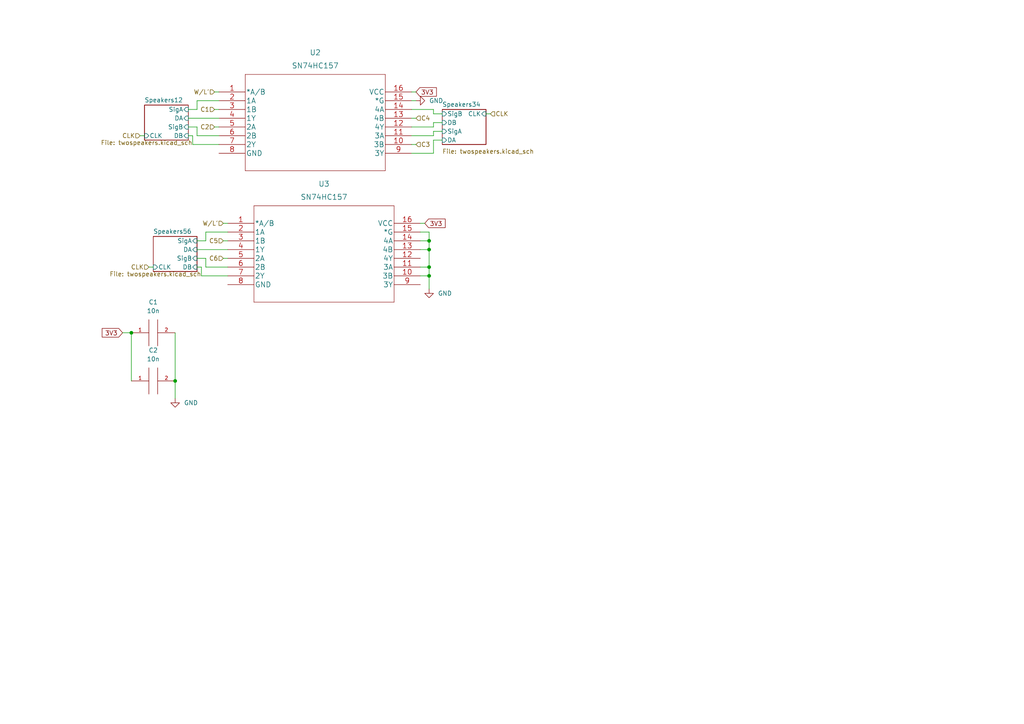
<source format=kicad_sch>
(kicad_sch (version 20211123) (generator eeschema)
  (paper "A4")
  (title_block (title "Six Speakers"))
  (lib_symbols
    (symbol "SNx4HC157:SN74HC157N" (pin_names (offset 0.254))
      (property "Reference" "U" (at 27.94 10.16 0))
      (property "Value" "SN74HC157N" (at 27.94 7.62 0))
      (symbol "SN74HC157N_1_1"
        (polyline (pts (xy 7.62 -22.86) (xy 48.26 -22.86)) (stroke (width 0.127)))
        (polyline (pts (xy 7.62 5.08) (xy 7.62 -22.86)) (stroke (width 0.127)))
        (polyline (pts (xy 48.26 -22.86) (xy 48.26 5.08)) (stroke (width 0.127)))
        (polyline (pts (xy 48.26 5.08) (xy 7.62 5.08)) (stroke (width 0.127)))
        (pin input line (at 0 0 0) (length 7.62) (name "*A/B") (number "1"))
        (pin input line (at 55.88 -15.24 180) (length 7.62) (name "3B") (number "10"))
        (pin input line (at 55.88 -12.7 180) (length 7.62) (name "3A") (number "11"))
        (pin output line (at 55.88 -10.16 180) (length 7.62) (name "4Y") (number "12"))
        (pin input line (at 55.88 -7.62 180) (length 7.62) (name "4B") (number "13"))
        (pin input line (at 55.88 -5.08 180) (length 7.62) (name "4A") (number "14"))
        (pin input line (at 55.88 -2.54 180) (length 7.62) (name "*G") (number "15"))
        (pin power_in line (at 55.88 0 180) (length 7.62) (name "VCC") (number "16"))
        (pin input line (at 0 -2.54 0) (length 7.62) (name "1A") (number "2"))
        (pin input line (at 0 -5.08 0) (length 7.62) (name "1B") (number "3"))
        (pin output line (at 0 -7.62 0) (length 7.62) (name "1Y") (number "4"))
        (pin input line (at 0 -10.16 0) (length 7.62) (name "2A") (number "5"))
        (pin input line (at 0 -12.7 0) (length 7.62) (name "2B") (number "6"))
        (pin output line (at 0 -15.24 0) (length 7.62) (name "2Y") (number "7"))
        (pin power_in line (at 0 -17.78 0) (length 7.62) (name "GND") (number "8"))
        (pin output line (at 55.88 -17.78 180) (length 7.62) (name "3Y") (number "9"))
      )
    )
    (symbol "power:GND" (power) (pin_names (offset 0))
      (property "Value" "GND" (at 0 -3.81 0))
      (symbol "GND_0_1"
        (polyline (pts (xy 0 0) (xy 0 -1.27) (xy 1.27 -1.27) (xy 0 -2.54) (xy -1.27 -1.27) (xy 0 -1.27)))
      )
      (symbol "GND_1_1"
        (pin power_in line (at 0 0 270) (length 0) hide (name "GND") (number "1"))
      )
    )
    (symbol "pspice:CAP" (pin_names (offset 0.254))
      (property "Reference" "C" (at 2.54 3.81 90))
      (property "Value" "CAP" (at 2.54 -3.81 90))
      (symbol "CAP_0_1"
        (polyline (pts (xy -3.81 -1.27) (xy 3.81 -1.27)))
        (polyline (pts (xy -3.81 1.27) (xy 3.81 1.27)))
      )
      (symbol "CAP_1_1"
        (pin passive line (at 0 6.35 270) (length 5.08) (name "~") (number "1"))
        (pin passive line (at 0 -6.35 90) (length 5.08) (name "~") (number "2"))
      )
    )
  )
  (junction (at 124.46 80.01))
  (junction (at 124.46 69.85))
  (junction (at 124.46 77.47))
  (junction (at 124.46 72.39))
  (junction (at 50.8 110.49))
  (junction (at 38.1 96.52))
  (wire (pts (xy 59.69 67.31) (xy 59.69 69.85)))
  (wire (pts (xy 125.73 39.37) (xy 125.73 38.1)))
  (wire (pts (xy 125.73 44.45) (xy 125.73 40.64)))
  (wire (pts (xy 119.38 44.45) (xy 125.73 44.45)))
  (wire (pts (xy 64.77 69.85) (xy 66.04 69.85)))
  (wire (pts (xy 50.8 96.52) (xy 50.8 110.49)))
  (wire (pts (xy 57.15 72.39) (xy 66.04 72.39)))
  (wire (pts (xy 121.92 72.39) (xy 124.46 72.39)))
  (wire (pts (xy 62.23 31.75) (xy 63.5 31.75)))
  (wire (pts (xy 57.15 31.75) (xy 54.61 31.75)))
  (wire (pts (xy 58.42 77.47) (xy 57.15 77.47)))
  (wire (pts (xy 59.69 74.93) (xy 59.69 77.47)))
  (wire (pts (xy 119.38 29.21) (xy 120.65 29.21)))
  (wire (pts (xy 54.61 36.83) (xy 57.15 36.83)))
  (wire (pts (xy 125.73 36.83) (xy 125.73 35.56)))
  (wire (pts (xy 119.38 41.91) (xy 120.65 41.91)))
  (wire (pts (xy 125.73 33.02) (xy 125.73 31.75)))
  (wire (pts (xy 55.88 39.37) (xy 54.61 39.37)))
  (wire (pts (xy 66.04 67.31) (xy 59.69 67.31)))
  (wire (pts (xy 128.27 33.02) (xy 125.73 33.02)))
  (wire (pts (xy 59.69 69.85) (xy 57.15 69.85)))
  (wire (pts (xy 119.38 26.67) (xy 120.65 26.67)))
  (wire (pts (xy 121.92 69.85) (xy 124.46 69.85)))
  (wire (pts (xy 64.77 74.93) (xy 66.04 74.93)))
  (wire (pts (xy 125.73 40.64) (xy 128.27 40.64)))
  (wire (pts (xy 63.5 29.21) (xy 57.15 29.21)))
  (wire (pts (xy 62.23 36.83) (xy 63.5 36.83)))
  (wire (pts (xy 54.61 34.29) (xy 63.5 34.29)))
  (wire (pts (xy 38.1 96.52) (xy 38.1 110.49)))
  (wire (pts (xy 57.15 29.21) (xy 57.15 31.75)))
  (wire (pts (xy 57.15 36.83) (xy 57.15 39.37)))
  (wire (pts (xy 121.92 80.01) (xy 124.46 80.01)))
  (wire (pts (xy 63.5 39.37) (xy 57.15 39.37)))
  (wire (pts (xy 124.46 80.01) (xy 124.46 83.82)))
  (wire (pts (xy 66.04 77.47) (xy 59.69 77.47)))
  (wire (pts (xy 63.5 41.91) (xy 55.88 41.91)))
  (wire (pts (xy 40.64 39.37) (xy 41.91 39.37)))
  (wire (pts (xy 57.15 74.93) (xy 59.69 74.93)))
  (wire (pts (xy 140.97 33.02) (xy 142.24 33.02)))
  (wire (pts (xy 50.8 110.49) (xy 50.8 115.57)))
  (wire (pts (xy 119.38 39.37) (xy 125.73 39.37)))
  (wire (pts (xy 64.77 64.77) (xy 66.04 64.77)))
  (wire (pts (xy 121.92 77.47) (xy 124.46 77.47)))
  (wire (pts (xy 125.73 35.56) (xy 128.27 35.56)))
  (wire (pts (xy 58.42 80.01) (xy 58.42 77.47)))
  (wire (pts (xy 124.46 72.39) (xy 124.46 77.47)))
  (wire (pts (xy 35.56 96.52) (xy 38.1 96.52)))
  (wire (pts (xy 124.46 67.31) (xy 124.46 69.85)))
  (wire (pts (xy 121.92 67.31) (xy 124.46 67.31)))
  (wire (pts (xy 124.46 69.85) (xy 124.46 72.39)))
  (wire (pts (xy 66.04 80.01) (xy 58.42 80.01)))
  (wire (pts (xy 125.73 38.1) (xy 128.27 38.1)))
  (wire (pts (xy 43.18 77.47) (xy 44.45 77.47)))
  (wire (pts (xy 119.38 36.83) (xy 125.73 36.83)))
  (wire (pts (xy 124.46 77.47) (xy 124.46 80.01)))
  (wire (pts (xy 121.92 64.77) (xy 123.19 64.77)))
  (wire (pts (xy 119.38 34.29) (xy 120.65 34.29)))
  (wire (pts (xy 125.73 31.75) (xy 119.38 31.75)))
  (wire (pts (xy 55.88 41.91) (xy 55.88 39.37)))
  (wire (pts (xy 62.23 26.67) (xy 63.5 26.67)))
  (global_label "3V3" (shape input) (at 120.65 26.67 0) (property "Intersheet References" "${INTERSHEET_REFS}" (effects hide)))
  (global_label "3V3" (shape input) (at 123.19 64.77 0) (property "Intersheet References" "${INTERSHEET_REFS}" (effects hide)))
  (global_label "3V3" (shape input) (at 35.56 96.52 180) (property "Intersheet References" "${INTERSHEET_REFS}" (effects hide)))
  (hierarchical_label "CLK" (shape input) (at 40.64 39.37 180))
  (hierarchical_label "C2" (shape input) (at 62.23 36.83 180))
  (hierarchical_label "C6" (shape input) (at 64.77 74.93 180))
  (hierarchical_label "W{slash}L'" (shape input) (at 62.23 26.67 180))
  (hierarchical_label "C1" (shape input) (at 62.23 31.75 180))
  (hierarchical_label "W{slash}L'" (shape input) (at 64.77 64.77 180))
  (hierarchical_label "CLK" (shape input) (at 142.24 33.02 0))
  (hierarchical_label "C4" (shape input) (at 120.65 34.29 0))
  (hierarchical_label "C3" (shape input) (at 120.65 41.91 0))
  (hierarchical_label "C5" (shape input) (at 64.77 69.85 180))
  (hierarchical_label "CLK" (shape input) (at 43.18 77.47 180))
  (symbol (lib_id "power:GND") (at 120.65 29.21 90) (unit 1)
    (property "Reference" "#PWR0110" (effects hide))
    (property "Value" "GND" (at 124.46 29.2099 90) (effects (justify right)))
  )
  (symbol (lib_id "SNx4HC157:SN74HC157N") (at 63.5 26.67 0) (unit 1)
    (property "Reference" "U2" (at 91.44 15.24 0) (effects (font (size 1.524 1.524))))
    (property "Value" "SN74HC157" (at 91.44 19.05 0) (effects (font (size 1.524 1.524))))
    (property "Footprint" "SNx4HC157:SN74HC157DR" (effects hide))
  )
  (symbol (lib_id "power:GND") (at 50.8 115.57 0) (unit 1)
    (property "Reference" "#PWR0108" (effects hide))
    (property "Value" "GND" (at 53.34 116.8399 0) (effects (justify left)))
  )
  (symbol (lib_id "SNx4HC157:SN74HC157N") (at 66.04 64.77 0) (unit 1)
    (property "Reference" "U3" (at 93.98 53.34 0) (effects (font (size 1.524 1.524))))
    (property "Value" "SN74HC157" (at 93.98 57.15 0) (effects (font (size 1.524 1.524))))
    (property "Footprint" "SNx4HC157:SN74HC157DR" (effects hide))
  )
  (symbol (lib_id "power:GND") (at 124.46 83.82 0) (unit 1)
    (property "Reference" "#PWR0109" (effects hide))
    (property "Value" "GND" (at 127 85.0899 0) (effects (justify left)))
  )
  (symbol (lib_id "pspice:CAP") (at 44.45 96.52 90) (unit 1)
    (property "Reference" "C1" (at 44.45 87.63 90))
    (property "Value" "10n" (at 44.45 90.17 90))
    (property "Footprint" "Capacitor_SMD:C_0603_1608Metric_Pad1.08x0.95mm_HandSolder" (effects hide))
  )
  (symbol (lib_id "pspice:CAP") (at 44.45 110.49 90) (unit 1)
    (property "Reference" "C2" (at 44.45 101.6 90))
    (property "Value" "10n" (at 44.45 104.14 90))
    (property "Footprint" "Capacitor_SMD:C_0603_1608Metric_Pad1.08x0.95mm_HandSolder" (effects hide))
  )
  (sheet (at 128.27 31.75) (size 12.7 10.16) (stroke (width 0.1524))
    (property "Sheet name" "Speakers34" (at 128.27 31.0384 0) (effects (justify left bottom)))
    (property "Sheet file" "twospeakers.kicad_sch" (at 128.27 43.18 0) (effects (justify left top)))
    (pin "CLK" input (at 140.97 33.02 0))
    (pin "SigA" input (at 128.27 38.1 180))
    (pin "DA" input (at 128.27 40.64 180))
    (pin "SigB" input (at 128.27 33.02 180))
    (pin "DB" input (at 128.27 35.56 180))
  )
  (sheet (at 41.91 30.48) (size 12.7 10.16) (stroke (width 0.1524))
    (property "Sheet name" "Speakers12" (at 41.91 29.7684 0) (effects (justify left bottom)))
    (property "Sheet file" "twospeakers.kicad_sch" (at 29.21 40.64 0) (effects (justify left top)))
    (pin "CLK" input (at 41.91 39.37 180))
    (pin "SigA" input (at 54.61 31.75 0))
    (pin "DA" input (at 54.61 34.29 0))
    (pin "SigB" input (at 54.61 36.83 0))
    (pin "DB" input (at 54.61 39.37 0))
  )
  (sheet (at 44.45 68.58) (size 12.7 10.16) (stroke (width 0.1524))
    (property "Sheet name" "Speakers56" (at 44.45 67.8684 0) (effects (justify left bottom)))
    (property "Sheet file" "twospeakers.kicad_sch" (at 31.75 78.74 0) (effects (justify left top)))
    (pin "CLK" input (at 44.45 77.47 180))
    (pin "SigA" input (at 57.15 69.85 0))
    (pin "DA" input (at 57.15 72.39 0))
    (pin "SigB" input (at 57.15 74.93 0))
    (pin "DB" input (at 57.15 77.47 0))
  )
)
</source>
